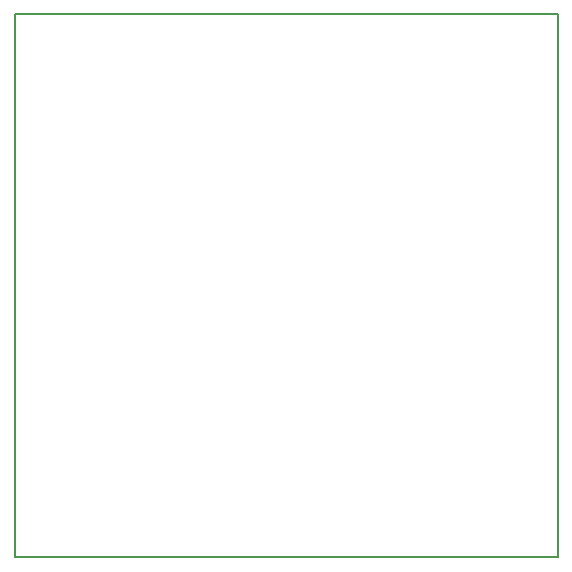
<source format=gbr>
G04 #@! TF.GenerationSoftware,KiCad,Pcbnew,(5.0.1)-4*
G04 #@! TF.CreationDate,2020-06-25T10:55:37+02:00*
G04 #@! TF.ProjectId,sound_box,736F756E645F626F782E6B696361645F,rev?*
G04 #@! TF.SameCoordinates,PX7641700PY754d4c0*
G04 #@! TF.FileFunction,Profile,NP*
%FSLAX46Y46*%
G04 Gerber Fmt 4.6, Leading zero omitted, Abs format (unit mm)*
G04 Created by KiCad (PCBNEW (5.0.1)-4) date 25/06/2020 10:55:37*
%MOMM*%
%LPD*%
G01*
G04 APERTURE LIST*
%ADD10C,0.150000*%
G04 APERTURE END LIST*
D10*
X46000000Y0D02*
X0Y0D01*
X46000000Y46000000D02*
X46000000Y0D01*
X0Y46000000D02*
X46000000Y46000000D01*
X0Y0D02*
X0Y46000000D01*
M02*

</source>
